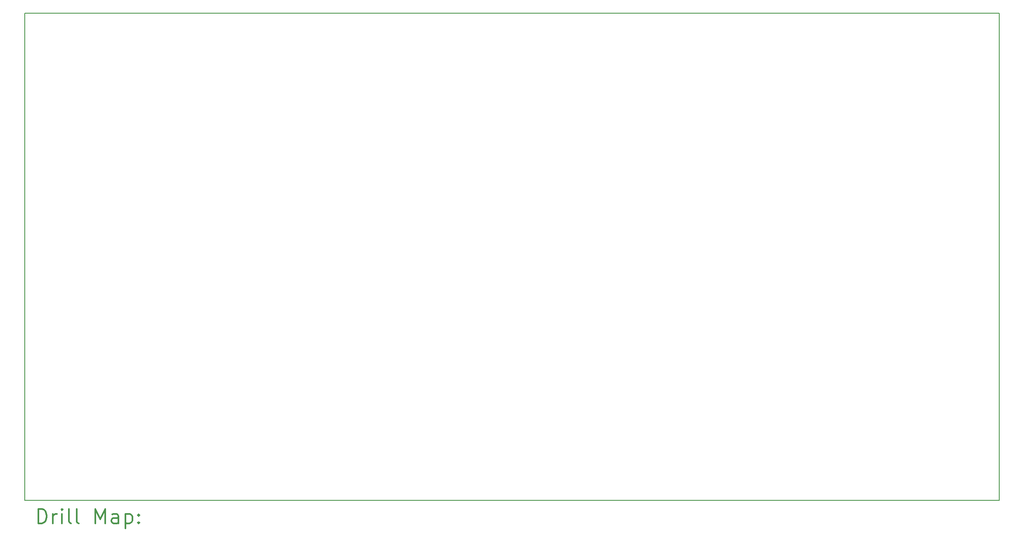
<source format=gbr>
%FSLAX45Y45*%
G04 Gerber Fmt 4.5, Leading zero omitted, Abs format (unit mm)*
G04 Created by KiCad (PCBNEW 5.1.12-84ad8e8a86~92~ubuntu20.04.1) date 2022-02-12 14:31:15*
%MOMM*%
%LPD*%
G01*
G04 APERTURE LIST*
%TA.AperFunction,Profile*%
%ADD10C,0.150000*%
%TD*%
%ADD11C,0.200000*%
%ADD12C,0.300000*%
G04 APERTURE END LIST*
D10*
X5000000Y-15000000D02*
X5000000Y-5000000D01*
X25000000Y-15000000D02*
X5000000Y-15000000D01*
X25000000Y-5000000D02*
X25000000Y-15000000D01*
X5000000Y-5000000D02*
X25000000Y-5000000D01*
D11*
D12*
X5278928Y-15473214D02*
X5278928Y-15173214D01*
X5350357Y-15173214D01*
X5393214Y-15187500D01*
X5421786Y-15216071D01*
X5436071Y-15244643D01*
X5450357Y-15301786D01*
X5450357Y-15344643D01*
X5436071Y-15401786D01*
X5421786Y-15430357D01*
X5393214Y-15458929D01*
X5350357Y-15473214D01*
X5278928Y-15473214D01*
X5578928Y-15473214D02*
X5578928Y-15273214D01*
X5578928Y-15330357D02*
X5593214Y-15301786D01*
X5607500Y-15287500D01*
X5636071Y-15273214D01*
X5664643Y-15273214D01*
X5764643Y-15473214D02*
X5764643Y-15273214D01*
X5764643Y-15173214D02*
X5750357Y-15187500D01*
X5764643Y-15201786D01*
X5778928Y-15187500D01*
X5764643Y-15173214D01*
X5764643Y-15201786D01*
X5950357Y-15473214D02*
X5921786Y-15458929D01*
X5907500Y-15430357D01*
X5907500Y-15173214D01*
X6107500Y-15473214D02*
X6078928Y-15458929D01*
X6064643Y-15430357D01*
X6064643Y-15173214D01*
X6450357Y-15473214D02*
X6450357Y-15173214D01*
X6550357Y-15387500D01*
X6650357Y-15173214D01*
X6650357Y-15473214D01*
X6921786Y-15473214D02*
X6921786Y-15316071D01*
X6907500Y-15287500D01*
X6878928Y-15273214D01*
X6821786Y-15273214D01*
X6793214Y-15287500D01*
X6921786Y-15458929D02*
X6893214Y-15473214D01*
X6821786Y-15473214D01*
X6793214Y-15458929D01*
X6778928Y-15430357D01*
X6778928Y-15401786D01*
X6793214Y-15373214D01*
X6821786Y-15358929D01*
X6893214Y-15358929D01*
X6921786Y-15344643D01*
X7064643Y-15273214D02*
X7064643Y-15573214D01*
X7064643Y-15287500D02*
X7093214Y-15273214D01*
X7150357Y-15273214D01*
X7178928Y-15287500D01*
X7193214Y-15301786D01*
X7207500Y-15330357D01*
X7207500Y-15416071D01*
X7193214Y-15444643D01*
X7178928Y-15458929D01*
X7150357Y-15473214D01*
X7093214Y-15473214D01*
X7064643Y-15458929D01*
X7336071Y-15444643D02*
X7350357Y-15458929D01*
X7336071Y-15473214D01*
X7321786Y-15458929D01*
X7336071Y-15444643D01*
X7336071Y-15473214D01*
X7336071Y-15287500D02*
X7350357Y-15301786D01*
X7336071Y-15316071D01*
X7321786Y-15301786D01*
X7336071Y-15287500D01*
X7336071Y-15316071D01*
M02*

</source>
